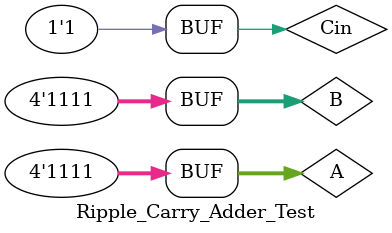
<source format=v>


`timescale 1ns / 1ps

module Ripple_Carry_Adder_Test;           
    reg [3:0] A;           // 4位输入A
    reg [3:0] B;           // 4位输入B
    reg Cin;               // 进位输入
    wire [3:0] Sum;        // 4位输出Sum
    wire Cout;             // 输出进位Cout

    // 实例化 Ripple_Carry_Adder 模块
    Ripple_Carry_Adder The_UUT (
        .A(A),
        .B(B),
        .Cin(Cin),
        .Sum(Sum),
        .Cout(Cout)
    );

    initial begin
        // 测试样例
        A = 0; B = 0; Cin = 0;   // 第 1 组测试：A=0, B=0, Cin=0
        #10; A = 1; B = 1; Cin = 0;   // 第 2 组测试：A=1, B=1, Cin=0
        #10; A = 2; B = 3; Cin = 0;   // 第 3 组测试：A=2, B=3, Cin=0
        #10; A = 4; B = 4; Cin = 0;   // 第 4 组测试：A=4, B=4, Cin=0
        #10; A = 7; B = 7; Cin = 1;   // 第 5 组测试：A=7, B=7, Cin=1
        #10; A = 15; B = 15; Cin = 0; // 第 6 组测试：A=15, B=15, Cin=0
        #10; A = 15; B = 15; Cin = 1; // 第 7 组测试：A=15, B=15, Cin=1

        // 可以根据需要添加更多测试样例
    end
endmodule

</source>
